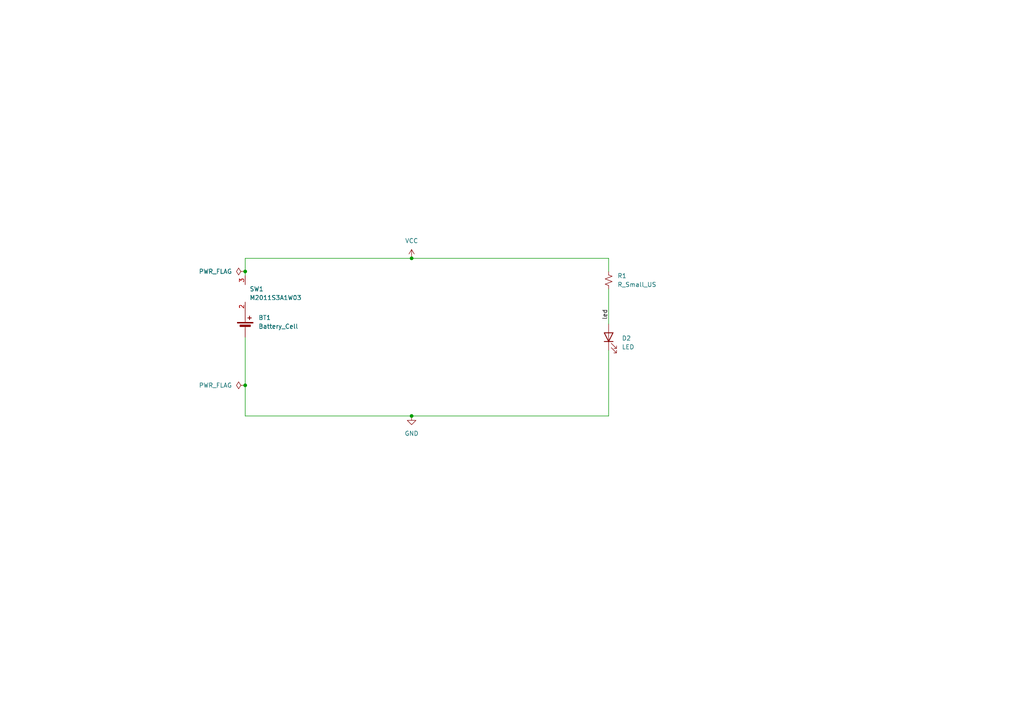
<source format=kicad_sch>
(kicad_sch
	(version 20250114)
	(generator "eeschema")
	(generator_version "9.0")
	(uuid "84d97a86-4222-443f-9aa6-7ff5d448ba14")
	(paper "A4")
	(title_block
		(title "Beginning KiCad")
		(date "2026-01-14")
	)
	(lib_symbols
		(symbol "Device:Battery_Cell"
			(pin_numbers
				(hide yes)
			)
			(pin_names
				(offset 0)
				(hide yes)
			)
			(exclude_from_sim no)
			(in_bom yes)
			(on_board yes)
			(property "Reference" "BT"
				(at 2.54 2.54 0)
				(effects
					(font
						(size 1.27 1.27)
					)
					(justify left)
				)
			)
			(property "Value" "Battery_Cell"
				(at 2.54 0 0)
				(effects
					(font
						(size 1.27 1.27)
					)
					(justify left)
				)
			)
			(property "Footprint" ""
				(at 0 1.524 90)
				(effects
					(font
						(size 1.27 1.27)
					)
					(hide yes)
				)
			)
			(property "Datasheet" "~"
				(at 0 1.524 90)
				(effects
					(font
						(size 1.27 1.27)
					)
					(hide yes)
				)
			)
			(property "Description" "Single-cell battery"
				(at 0 0 0)
				(effects
					(font
						(size 1.27 1.27)
					)
					(hide yes)
				)
			)
			(property "Sim.Device" "V"
				(at 0 0 0)
				(effects
					(font
						(size 1.27 1.27)
					)
					(hide yes)
				)
			)
			(property "Sim.Type" "DC"
				(at 0 0 0)
				(effects
					(font
						(size 1.27 1.27)
					)
					(hide yes)
				)
			)
			(property "Sim.Pins" "1=+ 2=-"
				(at 0 0 0)
				(effects
					(font
						(size 1.27 1.27)
					)
					(hide yes)
				)
			)
			(property "ki_keywords" "battery cell"
				(at 0 0 0)
				(effects
					(font
						(size 1.27 1.27)
					)
					(hide yes)
				)
			)
			(symbol "Battery_Cell_0_1"
				(rectangle
					(start -2.286 1.778)
					(end 2.286 1.524)
					(stroke
						(width 0)
						(type default)
					)
					(fill
						(type outline)
					)
				)
				(rectangle
					(start -1.524 1.016)
					(end 1.524 0.508)
					(stroke
						(width 0)
						(type default)
					)
					(fill
						(type outline)
					)
				)
				(polyline
					(pts
						(xy 0 1.778) (xy 0 2.54)
					)
					(stroke
						(width 0)
						(type default)
					)
					(fill
						(type none)
					)
				)
				(polyline
					(pts
						(xy 0 0.762) (xy 0 0)
					)
					(stroke
						(width 0)
						(type default)
					)
					(fill
						(type none)
					)
				)
				(polyline
					(pts
						(xy 0.762 3.048) (xy 1.778 3.048)
					)
					(stroke
						(width 0.254)
						(type default)
					)
					(fill
						(type none)
					)
				)
				(polyline
					(pts
						(xy 1.27 3.556) (xy 1.27 2.54)
					)
					(stroke
						(width 0.254)
						(type default)
					)
					(fill
						(type none)
					)
				)
			)
			(symbol "Battery_Cell_1_1"
				(pin passive line
					(at 0 5.08 270)
					(length 2.54)
					(name "+"
						(effects
							(font
								(size 1.27 1.27)
							)
						)
					)
					(number "1"
						(effects
							(font
								(size 1.27 1.27)
							)
						)
					)
				)
				(pin passive line
					(at 0 -2.54 90)
					(length 2.54)
					(name "-"
						(effects
							(font
								(size 1.27 1.27)
							)
						)
					)
					(number "2"
						(effects
							(font
								(size 1.27 1.27)
							)
						)
					)
				)
			)
			(embedded_fonts no)
		)
		(symbol "Device:LED"
			(pin_numbers
				(hide yes)
			)
			(pin_names
				(offset 1.016)
				(hide yes)
			)
			(exclude_from_sim no)
			(in_bom yes)
			(on_board yes)
			(property "Reference" "D"
				(at 0 2.54 0)
				(effects
					(font
						(size 1.27 1.27)
					)
				)
			)
			(property "Value" "LED"
				(at 0 -2.54 0)
				(effects
					(font
						(size 1.27 1.27)
					)
				)
			)
			(property "Footprint" ""
				(at 0 0 0)
				(effects
					(font
						(size 1.27 1.27)
					)
					(hide yes)
				)
			)
			(property "Datasheet" "~"
				(at 0 0 0)
				(effects
					(font
						(size 1.27 1.27)
					)
					(hide yes)
				)
			)
			(property "Description" "Light emitting diode"
				(at 0 0 0)
				(effects
					(font
						(size 1.27 1.27)
					)
					(hide yes)
				)
			)
			(property "Sim.Pins" "1=K 2=A"
				(at 0 0 0)
				(effects
					(font
						(size 1.27 1.27)
					)
					(hide yes)
				)
			)
			(property "ki_keywords" "LED diode"
				(at 0 0 0)
				(effects
					(font
						(size 1.27 1.27)
					)
					(hide yes)
				)
			)
			(property "ki_fp_filters" "LED* LED_SMD:* LED_THT:*"
				(at 0 0 0)
				(effects
					(font
						(size 1.27 1.27)
					)
					(hide yes)
				)
			)
			(symbol "LED_0_1"
				(polyline
					(pts
						(xy -3.048 -0.762) (xy -4.572 -2.286) (xy -3.81 -2.286) (xy -4.572 -2.286) (xy -4.572 -1.524)
					)
					(stroke
						(width 0)
						(type default)
					)
					(fill
						(type none)
					)
				)
				(polyline
					(pts
						(xy -1.778 -0.762) (xy -3.302 -2.286) (xy -2.54 -2.286) (xy -3.302 -2.286) (xy -3.302 -1.524)
					)
					(stroke
						(width 0)
						(type default)
					)
					(fill
						(type none)
					)
				)
				(polyline
					(pts
						(xy -1.27 0) (xy 1.27 0)
					)
					(stroke
						(width 0)
						(type default)
					)
					(fill
						(type none)
					)
				)
				(polyline
					(pts
						(xy -1.27 -1.27) (xy -1.27 1.27)
					)
					(stroke
						(width 0.254)
						(type default)
					)
					(fill
						(type none)
					)
				)
				(polyline
					(pts
						(xy 1.27 -1.27) (xy 1.27 1.27) (xy -1.27 0) (xy 1.27 -1.27)
					)
					(stroke
						(width 0.254)
						(type default)
					)
					(fill
						(type none)
					)
				)
			)
			(symbol "LED_1_1"
				(pin passive line
					(at -3.81 0 0)
					(length 2.54)
					(name "K"
						(effects
							(font
								(size 1.27 1.27)
							)
						)
					)
					(number "1"
						(effects
							(font
								(size 1.27 1.27)
							)
						)
					)
				)
				(pin passive line
					(at 3.81 0 180)
					(length 2.54)
					(name "A"
						(effects
							(font
								(size 1.27 1.27)
							)
						)
					)
					(number "2"
						(effects
							(font
								(size 1.27 1.27)
							)
						)
					)
				)
			)
			(embedded_fonts no)
		)
		(symbol "Device:R_Small_US"
			(pin_numbers
				(hide yes)
			)
			(pin_names
				(offset 0.254)
				(hide yes)
			)
			(exclude_from_sim no)
			(in_bom yes)
			(on_board yes)
			(property "Reference" "R"
				(at 0.762 0.508 0)
				(effects
					(font
						(size 1.27 1.27)
					)
					(justify left)
				)
			)
			(property "Value" "R_Small_US"
				(at 0.762 -1.016 0)
				(effects
					(font
						(size 1.27 1.27)
					)
					(justify left)
				)
			)
			(property "Footprint" ""
				(at 0 0 0)
				(effects
					(font
						(size 1.27 1.27)
					)
					(hide yes)
				)
			)
			(property "Datasheet" "~"
				(at 0 0 0)
				(effects
					(font
						(size 1.27 1.27)
					)
					(hide yes)
				)
			)
			(property "Description" "Resistor, small US symbol"
				(at 0 0 0)
				(effects
					(font
						(size 1.27 1.27)
					)
					(hide yes)
				)
			)
			(property "ki_keywords" "r resistor"
				(at 0 0 0)
				(effects
					(font
						(size 1.27 1.27)
					)
					(hide yes)
				)
			)
			(property "ki_fp_filters" "R_*"
				(at 0 0 0)
				(effects
					(font
						(size 1.27 1.27)
					)
					(hide yes)
				)
			)
			(symbol "R_Small_US_1_1"
				(polyline
					(pts
						(xy 0 1.524) (xy 1.016 1.143) (xy 0 0.762) (xy -1.016 0.381) (xy 0 0)
					)
					(stroke
						(width 0)
						(type default)
					)
					(fill
						(type none)
					)
				)
				(polyline
					(pts
						(xy 0 0) (xy 1.016 -0.381) (xy 0 -0.762) (xy -1.016 -1.143) (xy 0 -1.524)
					)
					(stroke
						(width 0)
						(type default)
					)
					(fill
						(type none)
					)
				)
				(pin passive line
					(at 0 2.54 270)
					(length 1.016)
					(name "~"
						(effects
							(font
								(size 1.27 1.27)
							)
						)
					)
					(number "1"
						(effects
							(font
								(size 1.27 1.27)
							)
						)
					)
				)
				(pin passive line
					(at 0 -2.54 90)
					(length 1.016)
					(name "~"
						(effects
							(font
								(size 1.27 1.27)
							)
						)
					)
					(number "2"
						(effects
							(font
								(size 1.27 1.27)
							)
						)
					)
				)
			)
			(embedded_fonts no)
		)
		(symbol "New_Library:M2011S3A1W03"
			(pin_names
				(hide yes)
			)
			(exclude_from_sim no)
			(in_bom yes)
			(on_board yes)
			(property "Reference" "SW"
				(at -0.508 6.604 0)
				(effects
					(font
						(size 1.27 1.27)
					)
				)
			)
			(property "Value" "M2011S3A1W03"
				(at 0 3.556 0)
				(effects
					(font
						(size 1.27 1.27)
					)
				)
			)
			(property "Footprint" "Library:Switch_Toggle_SPST_NKK_M2011S3A1x03"
				(at 2.286 -3.302 0)
				(effects
					(font
						(size 1.27 1.27)
					)
					(hide yes)
				)
			)
			(property "Datasheet" ""
				(at 0 0 0)
				(effects
					(font
						(size 1.27 1.27)
					)
					(hide yes)
				)
			)
			(property "Description" ""
				(at 0 0 0)
				(effects
					(font
						(size 1.27 1.27)
					)
					(hide yes)
				)
			)
			(property "ki_keywords" "spst switch toggle"
				(at 0 0 0)
				(effects
					(font
						(size 1.27 1.27)
					)
					(hide yes)
				)
			)
			(symbol "M2011S3A1W03_1_1"
				(pin passive line
					(at -5.08 0 0)
					(length 2.54)
					(name "A"
						(effects
							(font
								(size 1.27 1.27)
							)
						)
					)
					(number "2"
						(effects
							(font
								(size 1.27 1.27)
							)
						)
					)
				)
				(pin passive line
					(at 5.08 0 180)
					(length 2.54)
					(name "B"
						(effects
							(font
								(size 1.27 1.27)
							)
						)
					)
					(number "3"
						(effects
							(font
								(size 1.27 1.27)
							)
						)
					)
				)
			)
			(embedded_fonts no)
		)
		(symbol "power:GND"
			(power)
			(pin_numbers
				(hide yes)
			)
			(pin_names
				(offset 0)
				(hide yes)
			)
			(exclude_from_sim no)
			(in_bom yes)
			(on_board yes)
			(property "Reference" "#PWR"
				(at 0 -6.35 0)
				(effects
					(font
						(size 1.27 1.27)
					)
					(hide yes)
				)
			)
			(property "Value" "GND"
				(at 0 -3.81 0)
				(effects
					(font
						(size 1.27 1.27)
					)
				)
			)
			(property "Footprint" ""
				(at 0 0 0)
				(effects
					(font
						(size 1.27 1.27)
					)
					(hide yes)
				)
			)
			(property "Datasheet" ""
				(at 0 0 0)
				(effects
					(font
						(size 1.27 1.27)
					)
					(hide yes)
				)
			)
			(property "Description" "Power symbol creates a global label with name \"GND\" , ground"
				(at 0 0 0)
				(effects
					(font
						(size 1.27 1.27)
					)
					(hide yes)
				)
			)
			(property "ki_keywords" "global power"
				(at 0 0 0)
				(effects
					(font
						(size 1.27 1.27)
					)
					(hide yes)
				)
			)
			(symbol "GND_0_1"
				(polyline
					(pts
						(xy 0 0) (xy 0 -1.27) (xy 1.27 -1.27) (xy 0 -2.54) (xy -1.27 -1.27) (xy 0 -1.27)
					)
					(stroke
						(width 0)
						(type default)
					)
					(fill
						(type none)
					)
				)
			)
			(symbol "GND_1_1"
				(pin power_in line
					(at 0 0 270)
					(length 0)
					(name "~"
						(effects
							(font
								(size 1.27 1.27)
							)
						)
					)
					(number "1"
						(effects
							(font
								(size 1.27 1.27)
							)
						)
					)
				)
			)
			(embedded_fonts no)
		)
		(symbol "power:PWR_FLAG"
			(power)
			(pin_numbers
				(hide yes)
			)
			(pin_names
				(offset 0)
				(hide yes)
			)
			(exclude_from_sim no)
			(in_bom yes)
			(on_board yes)
			(property "Reference" "#FLG"
				(at 0 1.905 0)
				(effects
					(font
						(size 1.27 1.27)
					)
					(hide yes)
				)
			)
			(property "Value" "PWR_FLAG"
				(at 0 3.81 0)
				(effects
					(font
						(size 1.27 1.27)
					)
				)
			)
			(property "Footprint" ""
				(at 0 0 0)
				(effects
					(font
						(size 1.27 1.27)
					)
					(hide yes)
				)
			)
			(property "Datasheet" "~"
				(at 0 0 0)
				(effects
					(font
						(size 1.27 1.27)
					)
					(hide yes)
				)
			)
			(property "Description" "Special symbol for telling ERC where power comes from"
				(at 0 0 0)
				(effects
					(font
						(size 1.27 1.27)
					)
					(hide yes)
				)
			)
			(property "ki_keywords" "flag power"
				(at 0 0 0)
				(effects
					(font
						(size 1.27 1.27)
					)
					(hide yes)
				)
			)
			(symbol "PWR_FLAG_0_0"
				(pin power_out line
					(at 0 0 90)
					(length 0)
					(name "~"
						(effects
							(font
								(size 1.27 1.27)
							)
						)
					)
					(number "1"
						(effects
							(font
								(size 1.27 1.27)
							)
						)
					)
				)
			)
			(symbol "PWR_FLAG_0_1"
				(polyline
					(pts
						(xy 0 0) (xy 0 1.27) (xy -1.016 1.905) (xy 0 2.54) (xy 1.016 1.905) (xy 0 1.27)
					)
					(stroke
						(width 0)
						(type default)
					)
					(fill
						(type none)
					)
				)
			)
			(embedded_fonts no)
		)
		(symbol "power:VCC"
			(power)
			(pin_numbers
				(hide yes)
			)
			(pin_names
				(offset 0)
				(hide yes)
			)
			(exclude_from_sim no)
			(in_bom yes)
			(on_board yes)
			(property "Reference" "#PWR"
				(at 0 -3.81 0)
				(effects
					(font
						(size 1.27 1.27)
					)
					(hide yes)
				)
			)
			(property "Value" "VCC"
				(at 0 3.556 0)
				(effects
					(font
						(size 1.27 1.27)
					)
				)
			)
			(property "Footprint" ""
				(at 0 0 0)
				(effects
					(font
						(size 1.27 1.27)
					)
					(hide yes)
				)
			)
			(property "Datasheet" ""
				(at 0 0 0)
				(effects
					(font
						(size 1.27 1.27)
					)
					(hide yes)
				)
			)
			(property "Description" "Power symbol creates a global label with name \"VCC\""
				(at 0 0 0)
				(effects
					(font
						(size 1.27 1.27)
					)
					(hide yes)
				)
			)
			(property "ki_keywords" "global power"
				(at 0 0 0)
				(effects
					(font
						(size 1.27 1.27)
					)
					(hide yes)
				)
			)
			(symbol "VCC_0_1"
				(polyline
					(pts
						(xy -0.762 1.27) (xy 0 2.54)
					)
					(stroke
						(width 0)
						(type default)
					)
					(fill
						(type none)
					)
				)
				(polyline
					(pts
						(xy 0 2.54) (xy 0.762 1.27)
					)
					(stroke
						(width 0)
						(type default)
					)
					(fill
						(type none)
					)
				)
				(polyline
					(pts
						(xy 0 0) (xy 0 2.54)
					)
					(stroke
						(width 0)
						(type default)
					)
					(fill
						(type none)
					)
				)
			)
			(symbol "VCC_1_1"
				(pin power_in line
					(at 0 0 90)
					(length 0)
					(name "~"
						(effects
							(font
								(size 1.27 1.27)
							)
						)
					)
					(number "1"
						(effects
							(font
								(size 1.27 1.27)
							)
						)
					)
				)
			)
			(embedded_fonts no)
		)
	)
	(junction
		(at 71.12 78.74)
		(diameter 0)
		(color 0 0 0 0)
		(uuid "02b3ef1c-67e1-415d-8422-66e5da416b86")
	)
	(junction
		(at 119.38 74.93)
		(diameter 0)
		(color 0 0 0 0)
		(uuid "d4d404a5-ebb9-4ba0-92a8-0a069a7f3999")
	)
	(junction
		(at 119.38 120.65)
		(diameter 0)
		(color 0 0 0 0)
		(uuid "d69d96ae-2963-4e9a-8d53-0dd1a7fbf049")
	)
	(junction
		(at 71.12 111.76)
		(diameter 0)
		(color 0 0 0 0)
		(uuid "ff002e24-430d-4051-9b91-d435e73e8363")
	)
	(wire
		(pts
			(xy 176.53 101.6) (xy 176.53 120.65)
		)
		(stroke
			(width 0)
			(type default)
		)
		(uuid "3bfcd443-876d-41b7-83ad-06ddffc491ba")
	)
	(wire
		(pts
			(xy 71.12 74.93) (xy 119.38 74.93)
		)
		(stroke
			(width 0)
			(type default)
		)
		(uuid "3c8459c2-f300-4d61-9de2-b423ed0cfe12")
	)
	(wire
		(pts
			(xy 176.53 120.65) (xy 119.38 120.65)
		)
		(stroke
			(width 0)
			(type default)
		)
		(uuid "409e8a0a-fe77-4480-9d8f-1c6366dd8fde")
	)
	(wire
		(pts
			(xy 119.38 74.93) (xy 176.53 74.93)
		)
		(stroke
			(width 0)
			(type default)
		)
		(uuid "56666895-1dd0-43f6-9872-ff56ced24abe")
	)
	(wire
		(pts
			(xy 71.12 120.65) (xy 71.12 111.76)
		)
		(stroke
			(width 0)
			(type default)
		)
		(uuid "595c0496-848f-48de-bfff-724d7bc37452")
	)
	(wire
		(pts
			(xy 176.53 74.93) (xy 176.53 78.74)
		)
		(stroke
			(width 0)
			(type default)
		)
		(uuid "6ddc003a-cb7a-40d4-a892-5d04f3eaa755")
	)
	(wire
		(pts
			(xy 71.12 74.93) (xy 71.12 78.74)
		)
		(stroke
			(width 0)
			(type default)
		)
		(uuid "71a84ca1-600c-47e9-a70f-f351ce08a22d")
	)
	(wire
		(pts
			(xy 176.53 83.82) (xy 176.53 93.98)
		)
		(stroke
			(width 0)
			(type default)
		)
		(uuid "d34e942f-a83a-43a3-a2de-72a81a26f8ae")
	)
	(wire
		(pts
			(xy 71.12 111.76) (xy 71.12 97.79)
		)
		(stroke
			(width 0)
			(type default)
		)
		(uuid "ef736983-0777-4430-b29f-c801a0c1b0d4")
	)
	(wire
		(pts
			(xy 71.12 78.74) (xy 71.12 80.01)
		)
		(stroke
			(width 0)
			(type default)
		)
		(uuid "f1a18fd6-7c39-4660-8b70-2ea80ecdd1ae")
	)
	(wire
		(pts
			(xy 119.38 120.65) (xy 71.12 120.65)
		)
		(stroke
			(width 0)
			(type default)
		)
		(uuid "fa36b1df-4016-4bd0-9514-a3a8fa36eb40")
	)
	(label "led"
		(at 176.53 92.71 90)
		(effects
			(font
				(size 1.27 1.27)
			)
			(justify left bottom)
		)
		(uuid "914b910c-5216-4b79-b9af-34f4f4923c61")
	)
	(symbol
		(lib_id "Device:Battery_Cell")
		(at 71.12 95.25 0)
		(unit 1)
		(exclude_from_sim no)
		(in_bom yes)
		(on_board yes)
		(dnp no)
		(fields_autoplaced yes)
		(uuid "09edab5f-cbea-441d-a702-3ae6412d2bbf")
		(property "Reference" "BT1"
			(at 74.93 92.1384 0)
			(effects
				(font
					(size 1.27 1.27)
				)
				(justify left)
			)
		)
		(property "Value" "Battery_Cell"
			(at 74.93 94.6784 0)
			(effects
				(font
					(size 1.27 1.27)
				)
				(justify left)
			)
		)
		(property "Footprint" "Battery:BatteryHolder_Keystone_1058_1x2032"
			(at 71.12 93.726 90)
			(effects
				(font
					(size 1.27 1.27)
				)
				(hide yes)
			)
		)
		(property "Datasheet" "~"
			(at 71.12 93.726 90)
			(effects
				(font
					(size 1.27 1.27)
				)
				(hide yes)
			)
		)
		(property "Description" "Single-cell battery"
			(at 71.12 95.25 0)
			(effects
				(font
					(size 1.27 1.27)
				)
				(hide yes)
			)
		)
		(property "Sim.Device" "V"
			(at 71.12 95.25 0)
			(effects
				(font
					(size 1.27 1.27)
				)
				(hide yes)
			)
		)
		(property "Sim.Type" "DC"
			(at 71.12 95.25 0)
			(effects
				(font
					(size 1.27 1.27)
				)
				(hide yes)
			)
		)
		(property "Sim.Pins" "1=+ 2=-"
			(at 71.12 95.25 0)
			(effects
				(font
					(size 1.27 1.27)
				)
				(hide yes)
			)
		)
		(pin "1"
			(uuid "ee56212c-1076-4f5e-a2c1-d8609ce0690d")
		)
		(pin "2"
			(uuid "4443df29-204e-4372-92a2-fbc7c073c4e5")
		)
		(instances
			(project ""
				(path "/84d97a86-4222-443f-9aa6-7ff5d448ba14"
					(reference "BT1")
					(unit 1)
				)
			)
		)
	)
	(symbol
		(lib_id "Device:LED")
		(at 176.53 97.79 90)
		(unit 1)
		(exclude_from_sim no)
		(in_bom yes)
		(on_board yes)
		(dnp no)
		(fields_autoplaced yes)
		(uuid "2234acbb-0879-45d1-a687-f2e3e4ebf646")
		(property "Reference" "D2"
			(at 180.34 98.1074 90)
			(effects
				(font
					(size 1.27 1.27)
				)
				(justify right)
			)
		)
		(property "Value" "LED"
			(at 180.34 100.6474 90)
			(effects
				(font
					(size 1.27 1.27)
				)
				(justify right)
			)
		)
		(property "Footprint" "LED_THT:LED_D3.0mm"
			(at 176.53 97.79 0)
			(effects
				(font
					(size 1.27 1.27)
				)
				(hide yes)
			)
		)
		(property "Datasheet" "~"
			(at 176.53 97.79 0)
			(effects
				(font
					(size 1.27 1.27)
				)
				(hide yes)
			)
		)
		(property "Description" "Light emitting diode"
			(at 176.53 97.79 0)
			(effects
				(font
					(size 1.27 1.27)
				)
				(hide yes)
			)
		)
		(property "Sim.Pins" "1=K 2=A"
			(at 176.53 97.79 0)
			(effects
				(font
					(size 1.27 1.27)
				)
				(hide yes)
			)
		)
		(pin "2"
			(uuid "c434b04b-afeb-431d-9e04-8cf233b2478c")
		)
		(pin "1"
			(uuid "ce253af0-56c4-45ee-a710-9ab5e0b5518b")
		)
		(instances
			(project ""
				(path "/84d97a86-4222-443f-9aa6-7ff5d448ba14"
					(reference "D2")
					(unit 1)
				)
			)
		)
	)
	(symbol
		(lib_id "New_Library:M2011S3A1W03")
		(at 71.12 85.09 90)
		(unit 1)
		(exclude_from_sim no)
		(in_bom yes)
		(on_board yes)
		(dnp no)
		(fields_autoplaced yes)
		(uuid "53e5bc1c-fd99-4dbd-9719-45095890dbb5")
		(property "Reference" "SW1"
			(at 72.39 83.8199 90)
			(effects
				(font
					(size 1.27 1.27)
				)
				(justify right)
			)
		)
		(property "Value" "M2011S3A1W03"
			(at 72.39 86.3599 90)
			(effects
				(font
					(size 1.27 1.27)
				)
				(justify right)
			)
		)
		(property "Footprint" "Library:Switch_Toggle_SPST_NKK_M2011S3A1x03"
			(at 74.422 82.804 0)
			(effects
				(font
					(size 1.27 1.27)
				)
				(hide yes)
			)
		)
		(property "Datasheet" ""
			(at 71.12 85.09 0)
			(effects
				(font
					(size 1.27 1.27)
				)
				(hide yes)
			)
		)
		(property "Description" ""
			(at 71.12 85.09 0)
			(effects
				(font
					(size 1.27 1.27)
				)
				(hide yes)
			)
		)
		(pin "3"
			(uuid "0ab9b5f8-33fe-4dac-9f3c-2b04c19ef6c9")
		)
		(pin "2"
			(uuid "65a21421-a857-4bf7-b2c0-d21fcd8ea4e3")
		)
		(instances
			(project ""
				(path "/84d97a86-4222-443f-9aa6-7ff5d448ba14"
					(reference "SW1")
					(unit 1)
				)
			)
		)
	)
	(symbol
		(lib_id "power:PWR_FLAG")
		(at 71.12 111.76 90)
		(unit 1)
		(exclude_from_sim no)
		(in_bom yes)
		(on_board yes)
		(dnp no)
		(fields_autoplaced yes)
		(uuid "601de6b9-bf89-44c9-8dba-7cfcc1373b9d")
		(property "Reference" "#FLG01"
			(at 69.215 111.76 0)
			(effects
				(font
					(size 1.27 1.27)
				)
				(hide yes)
			)
		)
		(property "Value" "PWR_FLAG"
			(at 67.31 111.7599 90)
			(effects
				(font
					(size 1.27 1.27)
				)
				(justify left)
			)
		)
		(property "Footprint" ""
			(at 71.12 111.76 0)
			(effects
				(font
					(size 1.27 1.27)
				)
				(hide yes)
			)
		)
		(property "Datasheet" "~"
			(at 71.12 111.76 0)
			(effects
				(font
					(size 1.27 1.27)
				)
				(hide yes)
			)
		)
		(property "Description" "Special symbol for telling ERC where power comes from"
			(at 71.12 111.76 0)
			(effects
				(font
					(size 1.27 1.27)
				)
				(hide yes)
			)
		)
		(pin "1"
			(uuid "86d699fe-4737-473f-9074-a70d7ca35087")
		)
		(instances
			(project ""
				(path "/84d97a86-4222-443f-9aa6-7ff5d448ba14"
					(reference "#FLG01")
					(unit 1)
				)
			)
		)
	)
	(symbol
		(lib_id "Device:R_Small_US")
		(at 176.53 81.28 0)
		(unit 1)
		(exclude_from_sim no)
		(in_bom yes)
		(on_board yes)
		(dnp no)
		(fields_autoplaced yes)
		(uuid "6fb390b3-2d83-4f88-964f-963aefe8a868")
		(property "Reference" "R1"
			(at 179.07 80.0099 0)
			(effects
				(font
					(size 1.27 1.27)
				)
				(justify left)
			)
		)
		(property "Value" "R_Small_US"
			(at 179.07 82.5499 0)
			(effects
				(font
					(size 1.27 1.27)
				)
				(justify left)
			)
		)
		(property "Footprint" "Resistor_THT:R_Axial_DIN0309_L9.0mm_D3.2mm_P12.70mm_Horizontal"
			(at 176.53 81.28 0)
			(effects
				(font
					(size 1.27 1.27)
				)
				(hide yes)
			)
		)
		(property "Datasheet" "~"
			(at 176.53 81.28 0)
			(effects
				(font
					(size 1.27 1.27)
				)
				(hide yes)
			)
		)
		(property "Description" "Resistor, small US symbol"
			(at 176.53 81.28 0)
			(effects
				(font
					(size 1.27 1.27)
				)
				(hide yes)
			)
		)
		(pin "2"
			(uuid "3c299472-3295-4a19-8c47-331a96b7b0ea")
		)
		(pin "1"
			(uuid "83a2385b-d7c9-4d93-8288-c1882cd37fa6")
		)
		(instances
			(project ""
				(path "/84d97a86-4222-443f-9aa6-7ff5d448ba14"
					(reference "R1")
					(unit 1)
				)
			)
		)
	)
	(symbol
		(lib_id "power:PWR_FLAG")
		(at 71.12 78.74 90)
		(unit 1)
		(exclude_from_sim no)
		(in_bom yes)
		(on_board yes)
		(dnp no)
		(fields_autoplaced yes)
		(uuid "c615960b-0f29-4334-a5c9-a62ea9b31d2a")
		(property "Reference" "#FLG02"
			(at 69.215 78.74 0)
			(effects
				(font
					(size 1.27 1.27)
				)
				(hide yes)
			)
		)
		(property "Value" "PWR_FLAG"
			(at 67.31 78.7399 90)
			(effects
				(font
					(size 1.27 1.27)
				)
				(justify left)
			)
		)
		(property "Footprint" ""
			(at 71.12 78.74 0)
			(effects
				(font
					(size 1.27 1.27)
				)
				(hide yes)
			)
		)
		(property "Datasheet" "~"
			(at 71.12 78.74 0)
			(effects
				(font
					(size 1.27 1.27)
				)
				(hide yes)
			)
		)
		(property "Description" "Special symbol for telling ERC where power comes from"
			(at 71.12 78.74 0)
			(effects
				(font
					(size 1.27 1.27)
				)
				(hide yes)
			)
		)
		(pin "1"
			(uuid "3bf6ff0c-72f4-42a8-9609-8118e9eddaab")
		)
		(instances
			(project "Beginning Project KiCad"
				(path "/84d97a86-4222-443f-9aa6-7ff5d448ba14"
					(reference "#FLG02")
					(unit 1)
				)
			)
		)
	)
	(symbol
		(lib_id "power:VCC")
		(at 119.38 74.93 0)
		(unit 1)
		(exclude_from_sim no)
		(in_bom yes)
		(on_board yes)
		(dnp no)
		(fields_autoplaced yes)
		(uuid "e40bf913-dd20-40be-8ecb-948811c555a5")
		(property "Reference" "#PWR01"
			(at 119.38 78.74 0)
			(effects
				(font
					(size 1.27 1.27)
				)
				(hide yes)
			)
		)
		(property "Value" "VCC"
			(at 119.38 69.85 0)
			(effects
				(font
					(size 1.27 1.27)
				)
			)
		)
		(property "Footprint" ""
			(at 119.38 74.93 0)
			(effects
				(font
					(size 1.27 1.27)
				)
				(hide yes)
			)
		)
		(property "Datasheet" ""
			(at 119.38 74.93 0)
			(effects
				(font
					(size 1.27 1.27)
				)
				(hide yes)
			)
		)
		(property "Description" "Power symbol creates a global label with name \"VCC\""
			(at 119.38 74.93 0)
			(effects
				(font
					(size 1.27 1.27)
				)
				(hide yes)
			)
		)
		(pin "1"
			(uuid "b6dc62f7-818a-47d7-821c-c9394d47251a")
		)
		(instances
			(project ""
				(path "/84d97a86-4222-443f-9aa6-7ff5d448ba14"
					(reference "#PWR01")
					(unit 1)
				)
			)
		)
	)
	(symbol
		(lib_id "power:GND")
		(at 119.38 120.65 0)
		(unit 1)
		(exclude_from_sim no)
		(in_bom yes)
		(on_board yes)
		(dnp no)
		(fields_autoplaced yes)
		(uuid "f91937ed-27bf-4714-8665-17b7186b5766")
		(property "Reference" "#PWR02"
			(at 119.38 127 0)
			(effects
				(font
					(size 1.27 1.27)
				)
				(hide yes)
			)
		)
		(property "Value" "GND"
			(at 119.38 125.73 0)
			(effects
				(font
					(size 1.27 1.27)
				)
			)
		)
		(property "Footprint" ""
			(at 119.38 120.65 0)
			(effects
				(font
					(size 1.27 1.27)
				)
				(hide yes)
			)
		)
		(property "Datasheet" ""
			(at 119.38 120.65 0)
			(effects
				(font
					(size 1.27 1.27)
				)
				(hide yes)
			)
		)
		(property "Description" "Power symbol creates a global label with name \"GND\" , ground"
			(at 119.38 120.65 0)
			(effects
				(font
					(size 1.27 1.27)
				)
				(hide yes)
			)
		)
		(pin "1"
			(uuid "a5a00e89-dfb0-4862-87c1-7700787cab0b")
		)
		(instances
			(project ""
				(path "/84d97a86-4222-443f-9aa6-7ff5d448ba14"
					(reference "#PWR02")
					(unit 1)
				)
			)
		)
	)
	(sheet_instances
		(path "/"
			(page "1")
		)
	)
	(embedded_fonts no)
)

</source>
